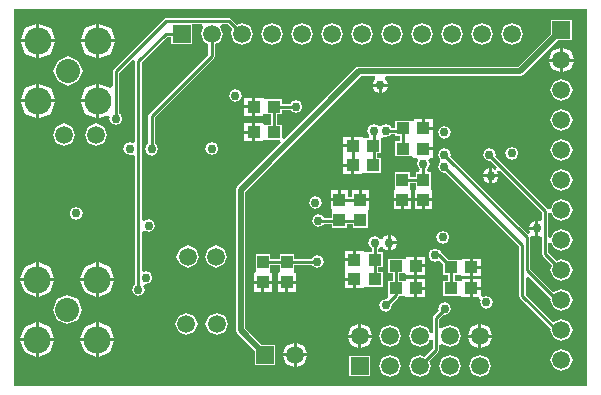
<source format=gbl>
%FSLAX43Y43*%
%MOMM*%
G71*
G01*
G75*
G04 Layer_Physical_Order=4*
G04 Layer_Color=16711680*
%ADD10R,1.000X1.100*%
%ADD11R,1.100X1.000*%
%ADD12R,1.700X1.100*%
%ADD13R,1.150X0.450*%
%ADD14R,1.500X1.500*%
%ADD15R,2.541X1.500*%
%ADD16R,0.350X1.200*%
%ADD17R,0.700X1.500*%
%ADD18O,0.700X1.500*%
%ADD19O,0.300X1.800*%
%ADD20O,1.800X0.300*%
%ADD21R,1.500X0.600*%
%ADD22O,1.500X0.600*%
%ADD23C,0.254*%
%ADD24C,1.000*%
%ADD25C,0.500*%
%ADD26C,0.762*%
%ADD27C,1.500*%
%ADD28C,2.032*%
%ADD29C,2.286*%
%ADD30R,1.500X1.500*%
%ADD31C,0.254*%
%ADD32C,1.016*%
%ADD33C,1.524*%
%ADD34C,1.916*%
G04:AMPARAMS|DCode=35|XSize=2.424mm|YSize=2.424mm|CornerRadius=0mm|HoleSize=0mm|Usage=FLASHONLY|Rotation=0.000|XOffset=0mm|YOffset=0mm|HoleType=Round|Shape=Relief|Width=0.254mm|Gap=0.254mm|Entries=4|*
%AMTHD35*
7,0,0,2.424,1.916,0.254,45*
%
%ADD35THD35*%
%ADD36C,2.516*%
%ADD37C,2.718*%
G04:AMPARAMS|DCode=38|XSize=2.032mm|YSize=2.032mm|CornerRadius=0mm|HoleSize=0mm|Usage=FLASHONLY|Rotation=0.000|XOffset=0mm|YOffset=0mm|HoleType=Round|Shape=Relief|Width=0.254mm|Gap=0.254mm|Entries=4|*
%AMTHD38*
7,0,0,2.032,1.524,0.254,45*
%
%ADD38THD38*%
%ADD39C,1.219*%
G36*
X76575Y38050D02*
X76575Y38050D01*
X76575Y38050D01*
X76554Y38000D01*
X28100D01*
Y69890D01*
X28125Y69900D01*
Y69900D01*
X28125Y69900D01*
X76575D01*
Y38050D01*
D02*
G37*
%LPC*%
G36*
X67606Y46982D02*
X66929D01*
Y46355D01*
X67606D01*
Y46982D01*
D02*
G37*
G36*
X62907D02*
X62230D01*
Y46355D01*
X62907D01*
Y46982D01*
D02*
G37*
G36*
X56769Y46863D02*
X56092D01*
Y46236D01*
X56769D01*
Y46863D01*
D02*
G37*
G36*
X29908Y48424D02*
X28966Y48034D01*
X28576Y47092D01*
X29908D01*
Y48424D01*
D02*
G37*
G36*
X35242D02*
Y47092D01*
X36575D01*
X36184Y48034D01*
X35242Y48424D01*
D02*
G37*
G36*
X34988D02*
X34046Y48034D01*
X33655Y47092D01*
X34988D01*
Y48424D01*
D02*
G37*
G36*
X30162D02*
Y47092D01*
X31494D01*
X31104Y48034D01*
X30162Y48424D01*
D02*
G37*
G36*
X51935Y46609D02*
X51308D01*
Y45932D01*
X51935D01*
Y46609D01*
D02*
G37*
G36*
X34988Y46838D02*
X33655D01*
X34046Y45896D01*
X34988Y45506D01*
Y46838D01*
D02*
G37*
G36*
X31494D02*
X30162D01*
Y45506D01*
X31104Y45896D01*
X31494Y46838D01*
D02*
G37*
G36*
X29908D02*
X28576D01*
X28966Y45896D01*
X29908Y45506D01*
Y46838D01*
D02*
G37*
G36*
X36575D02*
X35242D01*
Y45506D01*
X36184Y45896D01*
X36575Y46838D01*
D02*
G37*
G36*
X51054Y46609D02*
X50427D01*
Y45932D01*
X51054D01*
Y46609D01*
D02*
G37*
G36*
X49903D02*
X49276D01*
Y45932D01*
X49903D01*
Y46609D01*
D02*
G37*
G36*
X49022D02*
X48395D01*
Y45932D01*
X49022D01*
Y46609D01*
D02*
G37*
G36*
X63725Y49600D02*
X63336Y49439D01*
X63175Y49050D01*
X63336Y48661D01*
X63725Y48500D01*
X64069Y48643D01*
X64423Y48288D01*
Y47373D01*
X64827D01*
Y46855D01*
X64425D01*
Y45601D01*
X65779D01*
Y45601D01*
X65871D01*
X65998Y45474D01*
Y45474D01*
X66675D01*
Y46228D01*
Y46982D01*
X65998D01*
Y46855D01*
X65779D01*
Y46855D01*
X65377D01*
Y47373D01*
X65777D01*
Y47373D01*
X65869D01*
X65996Y47246D01*
Y47246D01*
X66673D01*
Y48000D01*
Y48754D01*
X65996D01*
Y48627D01*
X65777D01*
Y48627D01*
X64862D01*
X64244Y49244D01*
X64184Y49269D01*
X64114Y49439D01*
X63725Y49600D01*
D02*
G37*
G36*
X64389Y51096D02*
X64000Y50935D01*
X63839Y50546D01*
X64000Y50157D01*
X64389Y49996D01*
X64778Y50157D01*
X64939Y50546D01*
X64778Y50935D01*
X64389Y51096D01*
D02*
G37*
G36*
X60460Y49948D02*
X59952D01*
Y49440D01*
X60311Y49589D01*
X60460Y49948D01*
D02*
G37*
G36*
X56769Y49395D02*
X56092D01*
Y48768D01*
X56769D01*
Y49395D01*
D02*
G37*
G36*
X59952Y50710D02*
Y50202D01*
X60460D01*
X60311Y50561D01*
X59952Y50710D01*
D02*
G37*
G36*
X33325Y53150D02*
X32936Y52989D01*
X32775Y52600D01*
X32936Y52211D01*
X33325Y52050D01*
X33714Y52211D01*
X33875Y52600D01*
X33714Y52989D01*
X33325Y53150D01*
D02*
G37*
G36*
X72223Y51935D02*
X71864Y51786D01*
X71715Y51427D01*
X72223D01*
Y51935D01*
D02*
G37*
G36*
X59698Y50710D02*
X59339Y50561D01*
X59288Y50439D01*
X59034Y50439D01*
X59014Y50489D01*
X58625Y50650D01*
X58236Y50489D01*
X58075Y50100D01*
X58236Y49711D01*
X58350Y49664D01*
Y49268D01*
X57919D01*
Y49268D01*
X57827D01*
X57700Y49395D01*
Y49395D01*
X57023D01*
Y48641D01*
X56896D01*
Y48514D01*
X56092D01*
Y47924D01*
X56092D01*
X56092Y47924D01*
X56092Y47887D01*
Y47815D01*
Y47744D01*
X56092Y47707D01*
X56092Y47707D01*
X56092D01*
Y47117D01*
X56896D01*
Y46990D01*
X57023D01*
Y46236D01*
X57700D01*
Y46363D01*
X57919D01*
Y46363D01*
X59273D01*
Y47617D01*
X58871D01*
Y48014D01*
X59273D01*
Y49268D01*
X58900D01*
Y49556D01*
X59080Y49736D01*
X59278Y49736D01*
X59339Y49589D01*
X59698Y49440D01*
Y50075D01*
Y50710D01*
D02*
G37*
G36*
X51808Y49113D02*
X50554D01*
Y48750D01*
X49776D01*
Y49113D01*
X48522D01*
Y47759D01*
X48522D01*
Y47667D01*
X48395Y47540D01*
X48395D01*
Y46863D01*
X49903D01*
Y47540D01*
X49776D01*
Y47759D01*
X49776D01*
Y48200D01*
X50554D01*
Y47759D01*
X50554D01*
Y47667D01*
X50427Y47540D01*
X50427D01*
Y46863D01*
X51935D01*
Y47540D01*
X51808D01*
Y47759D01*
X51808D01*
Y48200D01*
X53324D01*
X53371Y48086D01*
X53760Y47925D01*
X54149Y48086D01*
X54310Y48475D01*
X54149Y48864D01*
X53760Y49025D01*
X53371Y48864D01*
X53324Y48750D01*
X51808D01*
Y49113D01*
D02*
G37*
G36*
X62904Y47998D02*
X62227D01*
Y47371D01*
X62904D01*
Y47998D01*
D02*
G37*
G36*
X61973Y48879D02*
X61296D01*
Y48752D01*
X61077D01*
Y48752D01*
X59723D01*
Y47498D01*
X60128D01*
Y46855D01*
X59726D01*
Y45601D01*
X59726Y45601D01*
X59726D01*
X59765Y45507D01*
X59585Y45327D01*
X59555Y45340D01*
X59166Y45179D01*
X59005Y44790D01*
X59166Y44401D01*
X59555Y44240D01*
X59944Y44401D01*
X60105Y44790D01*
X60058Y44904D01*
X60597Y45444D01*
X60597Y45444D01*
X60621Y45501D01*
X60663Y45601D01*
X61080D01*
Y45601D01*
X61172D01*
X61299Y45474D01*
Y45474D01*
X61976D01*
Y46228D01*
Y46982D01*
X61299D01*
Y46855D01*
X61080D01*
Y46855D01*
X60678D01*
Y47498D01*
X61077D01*
Y47498D01*
X61169D01*
X61296Y47371D01*
Y47371D01*
X61973D01*
Y48125D01*
Y48879D01*
D02*
G37*
G36*
X67604Y47873D02*
X66927D01*
Y47246D01*
X67604D01*
Y47873D01*
D02*
G37*
G36*
X42775Y49874D02*
X42104Y49596D01*
X41826Y48925D01*
X42104Y48254D01*
X42775Y47976D01*
X43446Y48254D01*
X43724Y48925D01*
X43446Y49596D01*
X42775Y49874D01*
D02*
G37*
G36*
X62904Y48879D02*
X62227D01*
Y48252D01*
X62904D01*
Y48879D01*
D02*
G37*
G36*
X67604Y48754D02*
X66927D01*
Y48127D01*
X67604D01*
Y48754D01*
D02*
G37*
G36*
X45175Y49874D02*
X44504Y49596D01*
X44226Y48925D01*
X44504Y48254D01*
X45175Y47976D01*
X45846Y48254D01*
X46124Y48925D01*
X45846Y49596D01*
X45175Y49874D01*
D02*
G37*
G36*
X62907Y46101D02*
X62230D01*
Y45474D01*
X62907D01*
Y46101D01*
D02*
G37*
G36*
X36575Y41758D02*
X35242D01*
Y40425D01*
X36184Y40816D01*
X36575Y41758D01*
D02*
G37*
G36*
X34988D02*
X33655D01*
X34046Y40816D01*
X34988Y40425D01*
Y41758D01*
D02*
G37*
G36*
X31494D02*
X30162D01*
Y40425D01*
X31104Y40816D01*
X31494Y41758D01*
D02*
G37*
G36*
X51738Y41634D02*
X51097Y41368D01*
X50831Y40727D01*
X51738D01*
Y41634D01*
D02*
G37*
G36*
X58384Y42063D02*
X57477D01*
Y41156D01*
X58118Y41422D01*
X58384Y42063D01*
D02*
G37*
G36*
X57223D02*
X56316D01*
X56582Y41422D01*
X57223Y41156D01*
Y42063D01*
D02*
G37*
G36*
X51992Y41634D02*
Y40727D01*
X52899D01*
X52633Y41368D01*
X51992Y41634D01*
D02*
G37*
G36*
X29908Y41758D02*
X28576D01*
X28966Y40816D01*
X29908Y40425D01*
Y41758D01*
D02*
G37*
G36*
X67510Y40599D02*
X66839Y40321D01*
X66561Y39650D01*
X66839Y38979D01*
X67510Y38701D01*
X68181Y38979D01*
X68459Y39650D01*
X68181Y40321D01*
X67510Y40599D01*
D02*
G37*
G36*
X64970D02*
X64299Y40321D01*
X64021Y39650D01*
X64299Y38979D01*
X64970Y38701D01*
X65641Y38979D01*
X65919Y39650D01*
X65641Y40321D01*
X64970Y40599D01*
D02*
G37*
G36*
X59890D02*
X59219Y40321D01*
X58941Y39650D01*
X59219Y38979D01*
X59890Y38701D01*
X60561Y38979D01*
X60839Y39650D01*
X60561Y40321D01*
X59890Y40599D01*
D02*
G37*
G36*
X58227Y40527D02*
X56473D01*
Y38773D01*
X58227D01*
Y40527D01*
D02*
G37*
G36*
X52899Y40473D02*
X51992D01*
Y39566D01*
X52633Y39832D01*
X52899Y40473D01*
D02*
G37*
G36*
X51738D02*
X50831D01*
X51097Y39832D01*
X51738Y39566D01*
Y40473D01*
D02*
G37*
G36*
X74425Y41109D02*
X73754Y40831D01*
X73476Y40160D01*
X73754Y39489D01*
X74425Y39211D01*
X75096Y39489D01*
X75374Y40160D01*
X75096Y40831D01*
X74425Y41109D01*
D02*
G37*
G36*
X67383Y42063D02*
X66476D01*
X66742Y41422D01*
X67383Y41156D01*
Y42063D01*
D02*
G37*
G36*
Y43224D02*
X66742Y42958D01*
X66476Y42317D01*
X67383D01*
Y43224D01*
D02*
G37*
G36*
X57477D02*
Y42317D01*
X58384D01*
X58118Y42958D01*
X57477Y43224D01*
D02*
G37*
G36*
X57223D02*
X56582Y42958D01*
X56316Y42317D01*
X57223D01*
Y43224D01*
D02*
G37*
G36*
X67637D02*
Y42317D01*
X68544D01*
X68278Y42958D01*
X67637Y43224D01*
D02*
G37*
G36*
X67606Y46101D02*
X66929D01*
Y45474D01*
X67447D01*
X67475Y45433D01*
D01*
X67588Y45263D01*
X67500Y45050D01*
X67661Y44661D01*
X68050Y44500D01*
X68439Y44661D01*
X68600Y45050D01*
X68439Y45439D01*
X68050Y45600D01*
X67817Y45503D01*
X67655Y45612D01*
Y45612D01*
X67606Y45645D01*
Y46101D01*
D02*
G37*
G36*
X64550Y45050D02*
X64161Y44889D01*
X64000Y44500D01*
X64047Y44386D01*
X63606Y43944D01*
X63525Y43750D01*
X63525Y43750D01*
Y42489D01*
X63276Y42439D01*
X63101Y42861D01*
X62430Y43139D01*
X61759Y42861D01*
X61481Y42190D01*
X61759Y41519D01*
X62430Y41241D01*
X63101Y41519D01*
X63276Y41941D01*
X63525Y41891D01*
Y41134D01*
X62826Y40435D01*
X62430Y40599D01*
X61759Y40321D01*
X61481Y39650D01*
X61759Y38979D01*
X62430Y38701D01*
X63101Y38979D01*
X63379Y39650D01*
X63215Y40046D01*
X63994Y40826D01*
X63994Y40826D01*
X64075Y41020D01*
Y41474D01*
X64299Y41519D01*
X64299D01*
D01*
X64970Y41241D01*
X65641Y41519D01*
X65919Y42190D01*
X65641Y42861D01*
X64970Y43139D01*
X64299Y42861D01*
X64299D01*
X64299D01*
X64075Y42906D01*
Y43636D01*
X64436Y43997D01*
X64550Y43950D01*
X64939Y44111D01*
X65100Y44500D01*
X64939Y44889D01*
X64550Y45050D01*
D02*
G37*
G36*
X32575Y45662D02*
X31700Y45300D01*
X31338Y44425D01*
X31700Y43550D01*
X32575Y43188D01*
X33450Y43550D01*
X33812Y44425D01*
X33450Y45300D01*
X32575Y45662D01*
D02*
G37*
G36*
X45225Y44149D02*
X44554Y43871D01*
X44276Y43200D01*
X44554Y42529D01*
X45225Y42251D01*
X45896Y42529D01*
X46174Y43200D01*
X45896Y43871D01*
X45225Y44149D01*
D02*
G37*
G36*
X29908Y43345D02*
X28966Y42954D01*
X28576Y42012D01*
X29908D01*
Y43345D01*
D02*
G37*
G36*
X59890Y43139D02*
X59219Y42861D01*
X58941Y42190D01*
X59219Y41519D01*
X59890Y41241D01*
X60561Y41519D01*
X60839Y42190D01*
X60561Y42861D01*
X59890Y43139D01*
D02*
G37*
G36*
X68544Y42063D02*
X67637D01*
Y41156D01*
X68278Y41422D01*
X68544Y42063D01*
D02*
G37*
G36*
X30162Y43345D02*
Y42012D01*
X31494D01*
X31104Y42954D01*
X30162Y43345D01*
D02*
G37*
G36*
X42675Y44149D02*
X42004Y43871D01*
X41726Y43200D01*
X42004Y42529D01*
X42675Y42251D01*
X43346Y42529D01*
X43624Y43200D01*
X43346Y43871D01*
X42675Y44149D01*
D02*
G37*
G36*
X35242Y43345D02*
Y42012D01*
X36575D01*
X36184Y42954D01*
X35242Y43345D01*
D02*
G37*
G36*
X34988D02*
X34046Y42954D01*
X33655Y42012D01*
X34988D01*
Y43345D01*
D02*
G37*
G36*
X75302Y68977D02*
X73548D01*
Y67800D01*
X70756Y65008D01*
X57275D01*
X57275Y65008D01*
X57131Y64948D01*
X56986Y64889D01*
X56986Y64889D01*
X50999Y58901D01*
X50764Y58998D01*
Y60063D01*
X50362D01*
Y60968D01*
X50764D01*
Y61320D01*
X51507D01*
X51554Y61206D01*
X51943Y61045D01*
X52332Y61206D01*
X52493Y61595D01*
X52332Y61984D01*
X51943Y62145D01*
X51554Y61984D01*
X51507Y61870D01*
X50764D01*
Y62222D01*
X49410D01*
Y62222D01*
X49318D01*
X49191Y62349D01*
Y62349D01*
X48514D01*
Y61595D01*
Y60841D01*
X49191D01*
Y60968D01*
X49410D01*
Y60968D01*
X49812D01*
Y60063D01*
X49410D01*
Y60063D01*
X49318D01*
X49191Y60190D01*
Y60190D01*
X48514D01*
Y59436D01*
Y58682D01*
X49191D01*
Y58809D01*
X49410D01*
Y58809D01*
X50575D01*
X50672Y58574D01*
X46961Y54864D01*
X46842Y54575D01*
X46842Y54575D01*
Y42675D01*
X46842Y42675D01*
X46961Y42386D01*
X48448Y40900D01*
Y39723D01*
X50202D01*
Y41477D01*
X49025D01*
X47658Y42844D01*
Y54406D01*
X57444Y64192D01*
X58616D01*
X58666Y63943D01*
X58589Y63911D01*
X58440Y63552D01*
X59710D01*
X59561Y63911D01*
X59484Y63943D01*
X59534Y64192D01*
X70925D01*
X70925Y64192D01*
X71214Y64311D01*
X74125Y67223D01*
X75302D01*
Y68977D01*
D02*
G37*
G36*
X75459Y65433D02*
X74552D01*
Y64526D01*
X75193Y64792D01*
X75459Y65433D01*
D02*
G37*
G36*
X74298D02*
X73391D01*
X73657Y64792D01*
X74298Y64526D01*
Y65433D01*
D02*
G37*
G36*
Y66594D02*
X73657Y66328D01*
X73391Y65687D01*
X74298D01*
Y66594D01*
D02*
G37*
G36*
X31559Y67056D02*
X30226D01*
Y65724D01*
X31168Y66114D01*
X31559Y67056D01*
D02*
G37*
G36*
X29972D02*
X28639D01*
X29030Y66114D01*
X29972Y65724D01*
Y67056D01*
D02*
G37*
G36*
X74552Y66594D02*
Y65687D01*
X75459D01*
X75193Y66328D01*
X74552Y66594D01*
D02*
G37*
G36*
X32639Y65880D02*
X31764Y65518D01*
X31402Y64643D01*
X31764Y63768D01*
X32639Y63406D01*
X33514Y63768D01*
X33876Y64643D01*
X33514Y65518D01*
X32639Y65880D01*
D02*
G37*
G36*
X29972Y63562D02*
X29030Y63172D01*
X28639Y62230D01*
X29972D01*
Y63562D01*
D02*
G37*
G36*
X74425Y63969D02*
X73754Y63691D01*
X73476Y63020D01*
X73754Y62349D01*
X74425Y62071D01*
X75096Y62349D01*
X75374Y63020D01*
X75096Y63691D01*
X74425Y63969D01*
D02*
G37*
G36*
X46800Y63100D02*
X46411Y62939D01*
X46250Y62550D01*
X46411Y62161D01*
X46800Y62000D01*
X47189Y62161D01*
X47350Y62550D01*
X47189Y62939D01*
X46800Y63100D01*
D02*
G37*
G36*
X30226Y63562D02*
Y62230D01*
X31559D01*
X31168Y63172D01*
X30226Y63562D01*
D02*
G37*
G36*
X59710Y63298D02*
X59202D01*
Y62790D01*
X59561Y62939D01*
X59710Y63298D01*
D02*
G37*
G36*
X58948D02*
X58440D01*
X58589Y62939D01*
X58948Y62790D01*
Y63298D01*
D02*
G37*
G36*
X35052Y63562D02*
X34110Y63172D01*
X33720Y62230D01*
X35052D01*
Y63562D01*
D02*
G37*
G36*
Y67056D02*
X33720D01*
X34110Y66114D01*
X35052Y65724D01*
Y67056D01*
D02*
G37*
G36*
X29972Y68643D02*
X29030Y68252D01*
X28639Y67310D01*
X29972D01*
Y68643D01*
D02*
G37*
G36*
X70215Y68724D02*
X69544Y68446D01*
X69266Y67775D01*
X69544Y67104D01*
X70215Y66826D01*
X70886Y67104D01*
X71164Y67775D01*
X70886Y68446D01*
X70215Y68724D01*
D02*
G37*
G36*
X67675D02*
X67004Y68446D01*
X66726Y67775D01*
X67004Y67104D01*
X67675Y66826D01*
X68346Y67104D01*
X68624Y67775D01*
X68346Y68446D01*
X67675Y68724D01*
D02*
G37*
G36*
X30226Y68643D02*
Y67310D01*
X31559D01*
X31168Y68252D01*
X30226Y68643D01*
D02*
G37*
G36*
X46275Y69130D02*
X46275Y69130D01*
X40955D01*
X40955Y69130D01*
X40858Y69090D01*
X40761Y69049D01*
X40761Y69049D01*
X36509Y64797D01*
X36428Y64603D01*
X36428Y64603D01*
Y63326D01*
X36217Y63185D01*
X35306Y63562D01*
Y62103D01*
Y60644D01*
X36047Y60950D01*
X36226Y60771D01*
X36153Y60594D01*
X36314Y60205D01*
X36703Y60044D01*
X37092Y60205D01*
X37253Y60594D01*
X37092Y60983D01*
X36978Y61030D01*
Y64489D01*
X38146Y65657D01*
X38357Y65516D01*
X38333Y65458D01*
X38333Y65458D01*
Y58639D01*
X38122Y58498D01*
X37875Y58600D01*
X37486Y58439D01*
X37325Y58050D01*
X37486Y57661D01*
X37875Y57500D01*
X38122Y57602D01*
X38333Y57461D01*
Y46537D01*
X38219Y46490D01*
X38058Y46101D01*
X38219Y45712D01*
X38608Y45551D01*
X38997Y45712D01*
X39158Y46101D01*
X39034Y46400D01*
X39214Y46579D01*
X39243Y46567D01*
X39632Y46728D01*
X39793Y47117D01*
X39632Y47506D01*
X39243Y47667D01*
X39094Y47605D01*
X38883Y47746D01*
Y50992D01*
X39094Y51133D01*
X39475Y50975D01*
X39864Y51136D01*
X40025Y51525D01*
X39864Y51914D01*
X39475Y52075D01*
X39094Y51917D01*
X38883Y52058D01*
Y65344D01*
X41039Y67500D01*
X41398D01*
Y66898D01*
X43152D01*
Y68580D01*
X43971D01*
X44112Y68369D01*
X43866Y67775D01*
X44144Y67104D01*
X44540Y66940D01*
Y66029D01*
X39531Y61019D01*
X39450Y60825D01*
X39450Y60825D01*
Y58461D01*
X39336Y58414D01*
X39175Y58025D01*
X39336Y57636D01*
X39725Y57475D01*
X40114Y57636D01*
X40275Y58025D01*
X40114Y58414D01*
X40000Y58461D01*
Y60711D01*
X45009Y65721D01*
X45009Y65721D01*
X45033Y65778D01*
X45090Y65915D01*
X45090Y65915D01*
Y66940D01*
X45486Y67104D01*
X45764Y67775D01*
X45518Y68369D01*
X45659Y68580D01*
X46161D01*
X46570Y68171D01*
X46406Y67775D01*
X46684Y67104D01*
X47355Y66826D01*
X48026Y67104D01*
X48304Y67775D01*
X48026Y68446D01*
X47355Y68724D01*
X46959Y68560D01*
X46469Y69049D01*
X46275Y69130D01*
D02*
G37*
G36*
X35306Y68643D02*
Y67310D01*
X36639D01*
X36248Y68252D01*
X35306Y68643D01*
D02*
G37*
G36*
X35052D02*
X34110Y68252D01*
X33720Y67310D01*
X35052D01*
Y68643D01*
D02*
G37*
G36*
X65135Y68724D02*
X64464Y68446D01*
X64186Y67775D01*
X64464Y67104D01*
X65135Y66826D01*
X65806Y67104D01*
X66084Y67775D01*
X65806Y68446D01*
X65135Y68724D01*
D02*
G37*
G36*
X52435D02*
X51764Y68446D01*
X51486Y67775D01*
X51764Y67104D01*
X52435Y66826D01*
X53106Y67104D01*
X53384Y67775D01*
X53106Y68446D01*
X52435Y68724D01*
D02*
G37*
G36*
X49895D02*
X49224Y68446D01*
X48946Y67775D01*
X49224Y67104D01*
X49895Y66826D01*
X50566Y67104D01*
X50844Y67775D01*
X50566Y68446D01*
X49895Y68724D01*
D02*
G37*
G36*
X36639Y67056D02*
X35306D01*
Y65724D01*
X36248Y66114D01*
X36639Y67056D01*
D02*
G37*
G36*
X54975Y68724D02*
X54304Y68446D01*
X54026Y67775D01*
X54304Y67104D01*
X54975Y66826D01*
X55646Y67104D01*
X55924Y67775D01*
X55646Y68446D01*
X54975Y68724D01*
D02*
G37*
G36*
X62595D02*
X61924Y68446D01*
X61646Y67775D01*
X61924Y67104D01*
X62595Y66826D01*
X63266Y67104D01*
X63544Y67775D01*
X63266Y68446D01*
X62595Y68724D01*
D02*
G37*
G36*
X60055D02*
X59384Y68446D01*
X59106Y67775D01*
X59384Y67104D01*
X60055Y66826D01*
X60726Y67104D01*
X61004Y67775D01*
X60726Y68446D01*
X60055Y68724D01*
D02*
G37*
G36*
X57515D02*
X56844Y68446D01*
X56566Y67775D01*
X56844Y67104D01*
X57515Y66826D01*
X58186Y67104D01*
X58464Y67775D01*
X58186Y68446D01*
X57515Y68724D01*
D02*
G37*
G36*
X48260Y62349D02*
X47583D01*
Y61722D01*
X48260D01*
Y62349D01*
D02*
G37*
G36*
X69088Y55626D02*
X68580D01*
Y55118D01*
X68939Y55267D01*
X69088Y55626D01*
D02*
G37*
G36*
X68326D02*
X67818D01*
X67967Y55267D01*
X68326Y55118D01*
Y55626D01*
D02*
G37*
G36*
X74425Y56349D02*
X73754Y56071D01*
X73476Y55400D01*
X73754Y54729D01*
X74425Y54451D01*
X75096Y54729D01*
X75374Y55400D01*
X75096Y56071D01*
X74425Y56349D01*
D02*
G37*
G36*
X68326Y56388D02*
X67967Y56239D01*
X67818Y55880D01*
X68326D01*
Y56388D01*
D02*
G37*
G36*
X74425Y58889D02*
X73754Y58611D01*
X73476Y57940D01*
X73754Y57269D01*
X74425Y56991D01*
X75096Y57269D01*
X75374Y57940D01*
X75096Y58611D01*
X74425Y58889D01*
D02*
G37*
G36*
X68326Y58081D02*
X67937Y57920D01*
X67776Y57531D01*
X67937Y57142D01*
X68326Y56981D01*
X68440Y57028D01*
X68974Y56494D01*
X68893Y56372D01*
D01*
X68833Y56283D01*
X68580Y56388D01*
Y55880D01*
X69088D01*
X68983Y56133D01*
X69072Y56193D01*
D01*
X69194Y56274D01*
X72762Y52706D01*
Y52045D01*
X72551Y51904D01*
X72477Y51935D01*
Y51300D01*
Y50665D01*
X72551Y50696D01*
X72762Y50555D01*
Y49137D01*
X72762Y49137D01*
X72843Y48943D01*
X73631Y48154D01*
X73476Y47780D01*
X73754Y47109D01*
X74425Y46831D01*
X75096Y47109D01*
X75374Y47780D01*
X75096Y48451D01*
X74425Y48729D01*
X74007Y48556D01*
X73312Y49251D01*
Y50065D01*
X73561Y50114D01*
X73754Y49649D01*
X74425Y49371D01*
X75096Y49649D01*
X75374Y50320D01*
X75096Y50991D01*
X74425Y51269D01*
X73754Y50991D01*
X73561Y50526D01*
X73312Y50575D01*
Y52605D01*
X73561Y52654D01*
X73754Y52189D01*
X74425Y51911D01*
X75096Y52189D01*
X75374Y52860D01*
X75096Y53531D01*
X74425Y53809D01*
X73754Y53531D01*
X73513Y52949D01*
X73259Y52949D01*
X73255Y52957D01*
X73231Y53014D01*
X73231Y53014D01*
X68829Y57417D01*
X68876Y57531D01*
X68715Y57920D01*
X68326Y58081D01*
D02*
G37*
G36*
X56642Y56515D02*
X55965D01*
Y55888D01*
X56642D01*
Y56515D01*
D02*
G37*
G36*
X57277Y54525D02*
X56650D01*
Y53996D01*
X56380D01*
Y54525D01*
X55753D01*
Y53721D01*
X55626D01*
Y53594D01*
X54872D01*
Y52917D01*
X54999D01*
Y52698D01*
X54999D01*
Y52218D01*
X54284D01*
X54237Y52332D01*
X53848Y52493D01*
X53459Y52332D01*
X53298Y51943D01*
X53459Y51554D01*
X53848Y51393D01*
X54237Y51554D01*
X54284Y51668D01*
X54999D01*
Y51344D01*
X56253D01*
Y51668D01*
X56777D01*
Y51344D01*
X58031D01*
Y52698D01*
X58031D01*
Y52790D01*
X58158Y52917D01*
X58158D01*
Y53594D01*
X57404D01*
Y53721D01*
X57277D01*
Y54525D01*
D02*
G37*
G36*
X62611Y53594D02*
X61984D01*
Y52917D01*
X62611D01*
Y53594D01*
D02*
G37*
G36*
X61714D02*
X61087D01*
Y52917D01*
X61714D01*
Y53594D01*
D02*
G37*
G36*
X60833D02*
X60206D01*
Y52917D01*
X60833D01*
Y53594D01*
D02*
G37*
G36*
X63492D02*
X62865D01*
Y52917D01*
X63492D01*
Y53594D01*
D02*
G37*
G36*
X58158Y54525D02*
X57531D01*
Y53848D01*
X58158D01*
Y54525D01*
D02*
G37*
G36*
X55499D02*
X54872D01*
Y53848D01*
X55499D01*
Y54525D01*
D02*
G37*
G36*
X53594Y54017D02*
X53205Y53856D01*
X53044Y53467D01*
X53205Y53078D01*
X53594Y52917D01*
X53983Y53078D01*
X54144Y53467D01*
X53983Y53856D01*
X53594Y54017D01*
D02*
G37*
G36*
X70231Y58208D02*
X69842Y58047D01*
X69681Y57658D01*
X69842Y57269D01*
X70231Y57108D01*
X70620Y57269D01*
X70781Y57658D01*
X70620Y58047D01*
X70231Y58208D01*
D02*
G37*
G36*
X63529Y60529D02*
X62852D01*
Y59902D01*
X63529D01*
Y60529D01*
D02*
G37*
G36*
X62598D02*
X61921D01*
Y60402D01*
X61702D01*
Y60402D01*
X60348D01*
Y59838D01*
X59999D01*
X59952Y59952D01*
X59563Y60113D01*
X59174Y59952D01*
D01*
Y59952D01*
X58936D01*
Y59952D01*
X58547Y60113D01*
X58158Y59952D01*
X57997Y59563D01*
X58158Y59174D01*
X58170Y59169D01*
X58121Y58920D01*
X57792D01*
Y58920D01*
X57700D01*
X57573Y59047D01*
Y59047D01*
X56896D01*
Y58293D01*
X56769D01*
Y58166D01*
X55965D01*
Y57539D01*
X55965Y57539D01*
X55965Y57396D01*
X55965D01*
Y56769D01*
X56769D01*
Y56642D01*
X56896D01*
Y55888D01*
X57573D01*
Y56015D01*
X57792D01*
Y56015D01*
X59146D01*
Y57269D01*
X58822D01*
Y57666D01*
X59146D01*
Y58920D01*
X59146Y58920D01*
X59146Y58920D01*
X59171Y58981D01*
X59406Y59078D01*
X59563Y59013D01*
X59952Y59174D01*
X59999Y59288D01*
X60348D01*
Y59148D01*
X60763D01*
Y58666D01*
X60361D01*
Y57412D01*
X61715D01*
Y57412D01*
X61807D01*
X61934Y57285D01*
Y57285D01*
X62173D01*
X62314Y57074D01*
X62188Y56769D01*
X62349Y56380D01*
X62429Y56347D01*
X62379Y56098D01*
X62111D01*
Y55696D01*
X61587D01*
Y56098D01*
X60333D01*
Y54744D01*
X60333D01*
Y54652D01*
X60206Y54525D01*
X60206D01*
Y53848D01*
X61714D01*
Y54525D01*
X61587D01*
Y54744D01*
X61587D01*
Y55146D01*
X62111D01*
Y54744D01*
X62111D01*
Y54652D01*
X61984Y54525D01*
X61984D01*
Y53848D01*
X63492D01*
Y54525D01*
X63365D01*
Y54744D01*
X63365D01*
Y56098D01*
X63097D01*
X63047Y56347D01*
X63127Y56380D01*
X63288Y56769D01*
X63162Y57074D01*
X63303Y57285D01*
X63542D01*
Y57912D01*
X62738D01*
Y58166D01*
X63542D01*
Y58793D01*
X63529D01*
Y59021D01*
X63529D01*
Y59648D01*
X62725D01*
Y59775D01*
X62598D01*
Y60529D01*
D02*
G37*
G36*
X48260Y60190D02*
X47583D01*
Y59563D01*
X48260D01*
Y60190D01*
D02*
G37*
G36*
X29972Y61976D02*
X28639D01*
X29030Y61034D01*
X29972Y60644D01*
Y61976D01*
D02*
G37*
G36*
X48260Y61468D02*
X47583D01*
Y60841D01*
X48260D01*
Y61468D01*
D02*
G37*
G36*
X35052Y61976D02*
X33720D01*
X34110Y61034D01*
X35052Y60644D01*
Y61976D01*
D02*
G37*
G36*
X31559D02*
X30226D01*
Y60644D01*
X31168Y61034D01*
X31559Y61976D01*
D02*
G37*
G36*
X74425Y61429D02*
X73754Y61151D01*
X73476Y60480D01*
X73754Y59809D01*
X74425Y59531D01*
X75096Y59809D01*
X75374Y60480D01*
X75096Y61151D01*
X74425Y61429D01*
D02*
G37*
G36*
X32325Y60199D02*
X31654Y59921D01*
X31376Y59250D01*
X31654Y58579D01*
X32325Y58301D01*
X32996Y58579D01*
X33274Y59250D01*
X32996Y59921D01*
X32325Y60199D01*
D02*
G37*
G36*
X44831Y58589D02*
X44442Y58428D01*
X44281Y58039D01*
X44442Y57650D01*
X44831Y57489D01*
X45220Y57650D01*
X45381Y58039D01*
X45220Y58428D01*
X44831Y58589D01*
D02*
G37*
G36*
X64516Y58081D02*
X64127Y57920D01*
X63966Y57531D01*
X64127Y57142D01*
D01*
Y57142D01*
Y57142D01*
D01*
X64127Y56904D01*
X64127D01*
X63966Y56515D01*
X64127Y56126D01*
X64516Y55965D01*
X64630Y56012D01*
X70845Y49797D01*
Y45593D01*
X70845Y45593D01*
X70926Y45399D01*
X73519Y42805D01*
X73476Y42700D01*
X73754Y42029D01*
X74425Y41751D01*
X75096Y42029D01*
X75374Y42700D01*
X75096Y43371D01*
X74425Y43649D01*
X73754Y43371D01*
X73754Y43371D01*
Y43371D01*
X73734Y43367D01*
X71395Y45707D01*
Y47137D01*
X71630Y47235D01*
X73519Y45345D01*
X73476Y45240D01*
X73754Y44569D01*
X74425Y44291D01*
X75096Y44569D01*
X75374Y45240D01*
X75096Y45911D01*
X74425Y46189D01*
X73754Y45911D01*
X73754Y45911D01*
Y45911D01*
X73734Y45907D01*
X71776Y47866D01*
Y50546D01*
X71751Y50607D01*
X71930Y50787D01*
X72223Y50665D01*
Y51173D01*
X71715D01*
X71786Y51002D01*
X71575Y50861D01*
X65019Y57417D01*
X65066Y57531D01*
X64905Y57920D01*
X64516Y58081D01*
D02*
G37*
G36*
X35025Y60199D02*
X34354Y59921D01*
X34076Y59250D01*
X34354Y58579D01*
X35025Y58301D01*
X35696Y58579D01*
X35974Y59250D01*
X35696Y59921D01*
X35025Y60199D01*
D02*
G37*
G36*
X64516Y59986D02*
X64127Y59825D01*
X63966Y59436D01*
X64127Y59047D01*
X64516Y58886D01*
X64905Y59047D01*
X65066Y59436D01*
X64905Y59825D01*
X64516Y59986D01*
D02*
G37*
G36*
X48260Y59309D02*
X47583D01*
Y58682D01*
X48260D01*
Y59309D01*
D02*
G37*
G36*
X56642Y59047D02*
X55965D01*
Y58420D01*
X56642D01*
Y59047D01*
D02*
G37*
%LPD*%
D10*
X60960Y53721D02*
D03*
Y55421D02*
D03*
X62738Y53721D02*
D03*
Y55421D02*
D03*
X49149Y46736D02*
D03*
Y48436D02*
D03*
X51181Y46736D02*
D03*
Y48436D02*
D03*
X55626Y53721D02*
D03*
Y52021D02*
D03*
X57404Y53721D02*
D03*
Y52021D02*
D03*
D11*
X62738Y58039D02*
D03*
X61038D02*
D03*
X62725Y59775D02*
D03*
X61025D02*
D03*
X56769Y56642D02*
D03*
X58469D02*
D03*
X56769Y58293D02*
D03*
X58469D02*
D03*
X66800Y48000D02*
D03*
X65100D02*
D03*
X66802Y46228D02*
D03*
X65102D02*
D03*
X62100Y48125D02*
D03*
X60400D02*
D03*
X62103Y46228D02*
D03*
X60403D02*
D03*
X56896Y48641D02*
D03*
X58596D02*
D03*
X56896Y46990D02*
D03*
X58596D02*
D03*
X48387Y59436D02*
D03*
X50087D02*
D03*
X48387Y61595D02*
D03*
X50087D02*
D03*
D14*
X57350Y39650D02*
D03*
X49325Y40600D02*
D03*
X42275Y67775D02*
D03*
D23*
X62430Y39650D02*
X63800Y41020D01*
Y43750D01*
X64550Y44500D01*
X58625Y48670D02*
Y50100D01*
X62738Y56769D02*
X62877D01*
X62738Y55421D02*
Y56769D01*
X55626Y53721D02*
X57404D01*
X56769Y56642D02*
Y58293D01*
X60960Y55421D02*
X62738D01*
X71501Y47752D02*
Y50546D01*
X73037Y49137D02*
X74422Y47752D01*
X73037Y49137D02*
Y52820D01*
X71120Y45593D02*
Y49911D01*
X64516Y56515D02*
X71120Y49911D01*
X64516Y57531D02*
X71501Y50546D01*
X68326Y57531D02*
X73037Y52820D01*
X61038Y58039D02*
Y59563D01*
X59563D02*
X61038D01*
X58547Y56720D02*
Y59563D01*
X58469Y56642D02*
X58547Y56720D01*
X59555Y44790D02*
X60403Y45638D01*
Y46228D01*
Y48125D01*
X58596Y46990D02*
Y48641D01*
X49188Y48475D02*
X53760D01*
X49149Y48436D02*
X49188Y48475D01*
X50087Y59436D02*
Y61595D01*
X51943D01*
X53848Y51943D02*
X57355D01*
X63725Y49050D02*
X64050D01*
X65100Y48000D01*
X65102Y46228D02*
Y48050D01*
X39725Y58025D02*
Y60825D01*
X44815Y65915D01*
Y67775D01*
X40925D02*
X42275D01*
X38608Y65458D02*
X40925Y67775D01*
X38608Y46101D02*
Y65458D01*
X46275Y68855D02*
X47355Y67775D01*
X40955Y68855D02*
X46275D01*
X36703Y64603D02*
X40955Y68855D01*
X36703Y60594D02*
Y64603D01*
X71120Y45593D02*
X74041Y42672D01*
X74422D01*
X71501Y47752D02*
X74041Y45212D01*
X74422D01*
D25*
X47250Y42675D02*
X49325Y40600D01*
X47250Y42675D02*
Y54575D01*
X57275Y64600D01*
X70925D01*
X74425Y68100D01*
D26*
X64550Y44500D02*
D03*
X59825Y50075D02*
D03*
X68050Y45050D02*
D03*
X62738Y56769D02*
D03*
X36703Y60594D02*
D03*
X68453Y55753D02*
D03*
X72350Y51300D02*
D03*
X53594Y53467D02*
D03*
X64389Y50546D02*
D03*
X70231Y57658D02*
D03*
X64516Y59436D02*
D03*
X39243Y47117D02*
D03*
X39475Y51525D02*
D03*
X46800Y62550D02*
D03*
X44831Y58039D02*
D03*
X38608Y46101D02*
D03*
X64516Y56515D02*
D03*
Y57531D02*
D03*
X68326D02*
D03*
X59563Y59563D02*
D03*
X58547D02*
D03*
X63725Y49050D02*
D03*
X59555Y44790D02*
D03*
X58625Y50100D02*
D03*
X51943Y61595D02*
D03*
X53760Y48475D02*
D03*
X53848Y51943D02*
D03*
X37875Y58050D02*
D03*
X33325Y52600D02*
D03*
X39725Y58025D02*
D03*
X59075Y63425D02*
D03*
D27*
X67510Y42190D02*
D03*
Y39650D02*
D03*
X64970Y42190D02*
D03*
Y39650D02*
D03*
X62430Y42190D02*
D03*
Y39650D02*
D03*
X59890Y42190D02*
D03*
Y39650D02*
D03*
X57350Y42190D02*
D03*
X32325Y59250D02*
D03*
X45225Y43200D02*
D03*
X45175Y48925D02*
D03*
X51865Y40600D02*
D03*
X35025Y59250D02*
D03*
X44815Y67775D02*
D03*
X47355D02*
D03*
X49895D02*
D03*
X52435D02*
D03*
X54975D02*
D03*
X57515D02*
D03*
X60055D02*
D03*
X62595D02*
D03*
X65135D02*
D03*
X67675D02*
D03*
X70215D02*
D03*
X74425Y65560D02*
D03*
Y63020D02*
D03*
Y60480D02*
D03*
Y57940D02*
D03*
Y55400D02*
D03*
Y52860D02*
D03*
Y50320D02*
D03*
Y47780D02*
D03*
Y45240D02*
D03*
Y42700D02*
D03*
Y40160D02*
D03*
X42775Y48925D02*
D03*
X42675Y43200D02*
D03*
D28*
X32575Y44425D02*
D03*
X32639Y64643D02*
D03*
D29*
X30035Y46965D02*
D03*
X35115D02*
D03*
Y41885D02*
D03*
X30035D02*
D03*
X30099Y67183D02*
D03*
X35179D02*
D03*
Y62103D02*
D03*
X30099D02*
D03*
D30*
X74425Y68100D02*
D03*
D31*
X71400Y44100D02*
D03*
X72450Y42000D02*
D03*
X71400Y39900D02*
D03*
X69300Y44100D02*
D03*
X70350Y42000D02*
D03*
X67200Y60900D02*
D03*
Y44100D02*
D03*
X65100Y52500D02*
D03*
X64050Y54600D02*
D03*
X63000Y52500D02*
D03*
Y44100D02*
D03*
X61950Y63000D02*
D03*
X60900Y56700D02*
D03*
Y52500D02*
D03*
X61950Y50400D02*
D03*
X59850Y54600D02*
D03*
X58800Y52500D02*
D03*
X57750Y50400D02*
D03*
X56700Y44100D02*
D03*
X54600Y56700D02*
D03*
X55650Y50400D02*
D03*
X54600Y44100D02*
D03*
X55650Y42000D02*
D03*
X54600Y39900D02*
D03*
X53550Y67200D02*
D03*
Y58800D02*
D03*
Y54600D02*
D03*
Y50400D02*
D03*
X52500Y44100D02*
D03*
X53550Y42000D02*
D03*
X51450D02*
D03*
X46200Y65100D02*
D03*
Y60900D02*
D03*
Y44100D02*
D03*
X45150Y63000D02*
D03*
Y54600D02*
D03*
X42000Y65100D02*
D03*
X43050Y63000D02*
D03*
Y42000D02*
D03*
X39900Y56700D02*
D03*
X40950Y54600D02*
D03*
X39900Y48300D02*
D03*
X37800Y52500D02*
D03*
Y48300D02*
D03*
X38850Y42000D02*
D03*
X35700Y56700D02*
D03*
Y52500D02*
D03*
X36750Y50400D02*
D03*
Y46200D02*
D03*
X35700Y39900D02*
D03*
X33600Y60900D02*
D03*
X34650Y54600D02*
D03*
Y50400D02*
D03*
X33600Y48300D02*
D03*
Y39900D02*
D03*
X32550Y67200D02*
D03*
Y63000D02*
D03*
X31500Y52500D02*
D03*
Y48300D02*
D03*
X32550Y46200D02*
D03*
Y42000D02*
D03*
X31500Y39900D02*
D03*
X29400Y65100D02*
D03*
X30450Y58800D02*
D03*
X29400Y56700D02*
D03*
X30450Y54600D02*
D03*
X29400Y52500D02*
D03*
Y44100D02*
D03*
Y39900D02*
D03*
M02*

</source>
